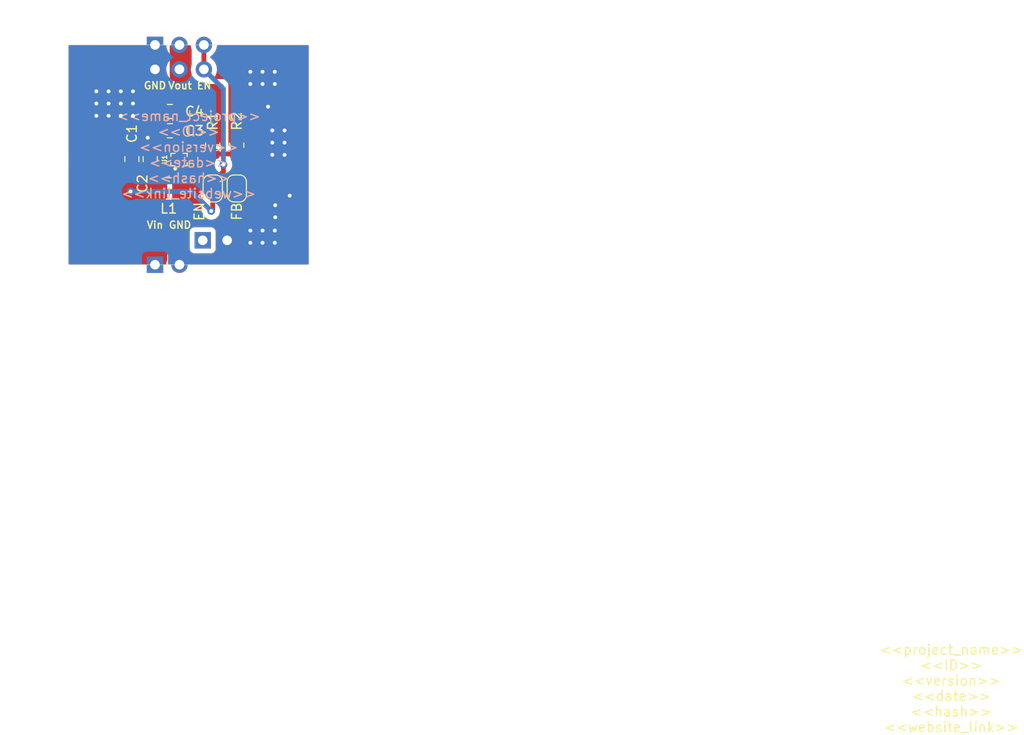
<source format=kicad_pcb>
(kicad_pcb (version 20240108) (generator "pcbnew") (generator_version "8.0")
  (title_block (title "<<ID>>_<<project_name>>") (date "<<date>>") (rev "<<version>>") (comment 4 "<<hash>>"))
  (layers (0 "F.Cu" signal) (31 "B.Cu" signal) (34 "B.Paste" user) (35 "F.Paste" user) (36 "B.SilkS" user "B.Silkscreen") (37 "F.SilkS" user "F.Silkscreen") (38 "B.Mask" user) (39 "F.Mask" user) (44 "Edge.Cuts" user))
  (net 0 "")
  (net 1 "Vin")
  (net 2 "GND")
  (net 3 "Vout")
  (net 4 "En")
  (net 5 "FB")
  (net 6 "SW")
  (footprint "Resistor_SMD:R_0805_2012Metric" (layer "F.Cu") (at 149 94.5 -90)
    (property "Reference" "R1" (at -2.5 0 90) (layer "F.SilkS"))
    (property "Value" "R_Small")
    (fp_line (start -0.227064 0.735) (end 0.227064 0.735) (stroke (width 0.12)) (layer "F.SilkS"))
    (fp_line (start -0.227064 -0.735) (end 0.227064 -0.735) (stroke (width 0.12)) (layer "F.SilkS"))
    (pad "1" smd roundrect (at -0.9125 0 270) (size 1.025 1.4) (layers "F.Cu" "F.Paste" "F.Mask") (roundrect_rratio 0.243902) (net 3 "Vout"))
    (pad "2" smd roundrect (at 0.9125 0 270) (size 1.025 1.4) (layers "F.Cu" "F.Paste" "F.Mask") (roundrect_rratio 0.243902) (net 5 "FB"))
  )
  (footprint "Capacitor_SMD:C_0805_2012Metric" (layer "F.Cu") (at 142.5 95.95 90)
    (property "Reference" "C2" (at -2.55 -0.8 90) (layer "F.SilkS"))
    (property "Value" "C_Small")
    (fp_line (start -0.261252 -0.735) (end 0.261252 -0.735) (stroke (width 0.12)) (layer "F.SilkS"))
    (fp_line (start -0.261252 0.735) (end 0.261252 0.735) (stroke (width 0.12)) (layer "F.SilkS"))
    (pad "1" smd roundrect (at -0.95 0 90) (size 1 1.45) (layers "F.Cu" "F.Paste" "F.Mask") (net 1 "Vin"))
    (pad "2" smd roundrect (at 0.95 0 90) (size 1 1.45) (layers "F.Cu" "F.Paste" "F.Mask") (net 2 "GND"))
  )
  (footprint "Capacitor_SMD:C_0805_2012Metric" (layer "F.Cu") (at 144.55 91 180)
    (property "Reference" "C4" (at -2.55 0 0) (layer "F.SilkS"))
    (property "Value" "C_Small")
    (fp_line (start -0.261252 0.735) (end 0.261252 0.735) (stroke (width 0.12)) (layer "F.SilkS"))
    (fp_line (start -0.261252 -0.735) (end 0.261252 -0.735) (stroke (width 0.12)) (layer "F.SilkS"))
    (pad "1" smd roundrect (at -0.95 0 180) (size 1 1.45) (layers "F.Cu" "F.Paste" "F.Mask") (net 3 "Vout"))
    (pad "2" smd roundrect (at 0.95 0 180) (size 1 1.45) (layers "F.Cu" "F.Paste" "F.Mask") (net 2 "GND"))
  )
  (footprint "Capacitor_SMD:C_0805_2012Metric" (layer "F.Cu") (at 144.55 93 180)
    (property "Reference" "C3" (at -2.55 0 0) (layer "F.SilkS"))
    (property "Value" "C_Small")
    (fp_line (start -0.261252 0.735) (end 0.261252 0.735) (stroke (width 0.12)) (layer "F.SilkS"))
    (fp_line (start -0.261252 -0.735) (end 0.261252 -0.735) (stroke (width 0.12)) (layer "F.SilkS"))
    (pad "1" smd roundrect (at -0.95 0 180) (size 1 1.45) (layers "F.Cu" "F.Paste" "F.Mask") (net 3 "Vout"))
    (pad "2" smd roundrect (at 0.95 0 180) (size 1 1.45) (layers "F.Cu" "F.Paste" "F.Mask") (net 2 "GND"))
  )
  (footprint "Converter_DCDC_custom:BGA6N40P3X2_122X88X62N" (layer "F.Cu") (at 145.5 96 90)
    (property "Reference" "U1" (at 0 -1.5 90) (layer "F.SilkS") (effects (font (size 0.48 0.48))))
    (property "Value" "TPS61099YFFT")
    (fp_line (start 0.645 -0.845) (end 0.3225 -0.845) (stroke (width 0.127)) (layer "F.SilkS"))
    (fp_line (start 0.645 -0.845) (end 0.645 -0.4225) (stroke (width 0.127)) (layer "F.SilkS"))
    (fp_line (start -0.645 -0.845) (end -0.3225 -0.845) (stroke (width 0.127)) (layer "F.SilkS"))
    (fp_line (start -0.645 -0.845) (end -0.645 -0.4225) (stroke (width 0.127)) (layer "F.SilkS"))
    (fp_line (start 0.645 0.845) (end 0.645 0.4225) (stroke (width 0.127)) (layer "F.SilkS"))
    (fp_line (start 0.645 0.845) (end 0.3225 0.845) (stroke (width 0.127)) (layer "F.SilkS"))
    (fp_line (start -0.645 0.845) (end -0.645 0.4225) (stroke (width 0.127)) (layer "F.SilkS"))
    (fp_line (start -0.645 0.845) (end -0.3225 0.845) (stroke (width 0.127)) (layer "F.SilkS"))
    (fp_circle (center -0.942 -0.4) (end -0.842 -0.4) (stroke (width 0.2)) (fill none) (layer "F.SilkS"))
    (pad "A1" smd circle (at -0.2 -0.4 90) (size 0.25 0.25) (layers "F.Cu" "F.Paste" "F.Mask") (net 1 "Vin"))
    (pad "A2" smd circle (at 0.2 -0.4 90) (size 0.25 0.25) (layers "F.Cu" "F.Paste" "F.Mask") (net 2 "GND"))
    (pad "B1" smd circle (at -0.2 0 90) (size 0.25 0.25) (layers "F.Cu" "F.Paste" "F.Mask") (net 6 "SW"))
    (pad "B2" smd circle (at 0.2 0 90) (size 0.25 0.25) (layers "F.Cu" "F.Paste" "F.Mask") (net 3 "Vout"))
    (pad "C1" smd circle (at -0.2 0.4 90) (size 0.25 0.25) (layers "F.Cu" "F.Paste" "F.Mask") (net 4 "En"))
    (pad "C2" smd circle (at 0.2 0.4 90) (size 0.25 0.25) (layers "F.Cu" "F.Paste" "F.Mask") (net 5 "FB"))
  )
  (footprint "Jumper:SolderJumper-2_P1.3mm_Open_RoundedPad1.0x1.5mm" (layer "F.Cu") (at 149 99 -90)
    (property "Reference" "JP1" (hide yes))
    (property "Value" "SolderJumper_2_Open")
    (fp_line (start 0.7 1) (end -0.7 1) (stroke (width 0.12)) (layer "F.SilkS"))
    (fp_line (start -1.4 0.3) (end -1.4 -0.3) (stroke (width 0.12)) (layer "F.SilkS"))
    (fp_line (start 1.4 -0.3) (end 1.4 0.3) (stroke (width 0.12)) (layer "F.SilkS"))
    (fp_line (start -0.7 -1) (end 0.7 -1) (stroke (width 0.12)) (layer "F.SilkS"))
    (fp_arc (start -0.7 1) (mid -1.194975 0.794975) (end -1.4 0.3) (stroke (width 0.12)) (layer "F.SilkS"))
    (fp_arc (start 1.4 0.3) (mid 1.194975 0.794975) (end 0.7 1) (stroke (width 0.12)) (layer "F.SilkS"))
    (fp_arc (start -1.4 -0.3) (mid -1.194975 -0.794975) (end -0.7 -1) (stroke (width 0.12)) (layer "F.SilkS"))
    (fp_arc (start 0.7 -1) (mid 1.194975 -0.794975) (end 1.4 -0.3) (stroke (width 0.12)) (layer "F.SilkS"))
    (fp_text user "EN" (at 2.4 1.4 90) (layer "F.SilkS"))
    (pad "1" smd custom (at -0.65 0 270) (size 1 0.5) (layers "F.Cu" "F.Mask") (net 4 "En") (options (clearance outline) (anchor rect)) (primitives (gr_circle (center 0 0.25) (end 0.5 0.25) (width 0) (fill yes)) (gr_circle (center 0 -0.25) (end 0.5 -0.25) (width 0) (fill yes)) (gr_poly (pts (xy 0.5 0.75) (xy 0 0.75) (xy 0 -0.75) (xy 0.5 -0.75)) (width 0) (fill yes))))
    (pad "2" smd custom (at 0.65 0 270) (size 1 0.5) (layers "F.Cu" "F.Mask") (net 1 "Vin") (options (clearance outline) (anchor rect)) (primitives (gr_circle (center 0 0.25) (end 0.5 0.25) (width 0) (fill yes)) (gr_circle (center 0 -0.25) (end 0.5 -0.25) (width 0) (fill yes)) (gr_poly (pts (xy 0 0.75) (xy -0.5 0.75) (xy -0.5 -0.75) (xy 0 -0.75)) (width 0) (fill yes))))
  )
  (footprint "Connector_PinHeader_2.54mm:PinHeader_1x02_P2.54mm_Vertical" (layer "F.Cu") (at 143.002 106.934 90)
    (property "Reference" "J2" (hide yes))
    (property "Value" "Conn_01x02")
    (pad "1" thru_hole rect (at 0 0 90) (size 1.7 1.7) (drill 1) (layers "*.Cu" "*.Mask") (net 1 "Vin"))
    (pad "2" thru_hole oval (at 0 2.54 90) (size 1.7 1.7) (drill 1) (layers "*.Cu" "*.Mask") (net 2 "GND"))
  )
  (footprint "Connector_PinHeader_2.54mm:PinHeader_1x03_P2.54mm_Vertical" (layer "F.Cu") (at 143.002 86.614 90)
    (property "Reference" "J3" (hide yes))
    (property "Value" "Conn_01x03")
    (pad "1" thru_hole rect (at 0 0 90) (size 1.7 1.7) (drill 1) (layers "*.Cu" "*.Mask") (net 2 "GND"))
    (pad "2" thru_hole oval (at 0 2.54 90) (size 1.7 1.7) (drill 1) (layers "*.Cu" "*.Mask") (net 3 "Vout"))
    (pad "3" thru_hole oval (at 0 5.08 90) (size 1.7 1.7) (drill 1) (layers "*.Cu" "*.Mask") (net 4 "En"))
  )
  (footprint "Resistor_SMD:R_0805_2012Metric" (layer "F.Cu") (at 151.5 94.5 90)
    (property "Reference" "R2" (at 2.5 0 90) (layer "F.SilkS"))
    (property "Value" "R_Small")
    (fp_line (start -0.227064 -0.735) (end 0.227064 -0.735) (stroke (width 0.12)) (layer "F.SilkS"))
    (fp_line (start -0.227064 0.735) (end 0.227064 0.735) (stroke (width 0.12)) (layer "F.SilkS"))
    (pad "1" smd roundrect (at -0.9125 0 90) (size 1.025 1.4) (layers "F.Cu" "F.Paste" "F.Mask") (roundrect_rratio 0.243902) (net 5 "FB"))
    (pad "2" smd roundrect (at 0.9125 0 90) (size 1.025 1.4) (layers "F.Cu" "F.Paste" "F.Mask") (roundrect_rratio 0.243902) (net 2 "GND"))
  )
  (footprint "Inductor_SMD:L_1008_2520Metric" (layer "F.Cu") (at 144.425 99)
    (property "Reference" "L1" (at 0 2.1 0) (layer "F.SilkS"))
    (property "Value" "L_Small")
    (fp_line (start -0.261252 -1.11) (end 0.261252 -1.11) (stroke (width 0.12)) (layer "F.SilkS"))
    (fp_line (start -0.261252 1.11) (end 0.261252 1.11) (stroke (width 0.12)) (layer "F.SilkS"))
    (pad "1" smd roundrect (at -1.075 0) (size 1.25 2.2) (layers "F.Cu" "F.Paste" "F.Mask") (roundrect_rratio 0.2) (net 1 "Vin"))
    (pad "2" smd roundrect (at 1.075 0) (size 1.25 2.2) (layers "F.Cu" "F.Paste" "F.Mask") (roundrect_rratio 0.2) (net 6 "SW"))
  )
  (footprint "Jumper:SolderJumper-2_P1.3mm_Open_RoundedPad1.0x1.5mm" (layer "F.Cu") (at 151.5 99 -90)
    (property "Reference" "JP2" (hide yes))
    (property "Value" "SolderJumper_2_Open")
    (fp_line (start 0.7 1) (end -0.7 1) (stroke (width 0.12)) (layer "F.SilkS"))
    (fp_line (start -1.4 0.3) (end -1.4 -0.3) (stroke (width 0.12)) (layer "F.SilkS"))
    (fp_line (start 1.4 -0.3) (end 1.4 0.3) (stroke (width 0.12)) (layer "F.SilkS"))
    (fp_line (start -0.7 -1) (end 0.7 -1) (stroke (width 0.12)) (layer "F.SilkS"))
    (fp_arc (start -0.7 1) (mid -1.194975 0.794975) (end -1.4 0.3) (stroke (width 0.12)) (layer "F.SilkS"))
    (fp_arc (start 1.4 0.3) (mid 1.194975 0.794975) (end 0.7 1) (stroke (width 0.12)) (layer "F.SilkS"))
    (fp_arc (start -1.4 -0.3) (mid -1.194975 -0.794975) (end -0.7 -1) (stroke (width 0.12)) (layer "F.SilkS"))
    (fp_arc (start 0.7 -1) (mid 1.194975 -0.794975) (end 1.4 -0.3) (stroke (width 0.12)) (layer "F.SilkS"))
    (fp_text user "FB" (at 2.4 0 90) (layer "F.SilkS"))
    (pad "1" smd custom (at -0.65 0 270) (size 1 0.5) (layers "F.Cu" "F.Mask") (net 5 "FB") (options (clearance outline) (anchor rect)) (primitives (gr_circle (center 0 0.25) (end 0.5 0.25) (width 0) (fill yes)) (gr_circle (center 0 -0.25) (end 0.5 -0.25) (width 0) (fill yes)) (gr_poly (pts (xy 0.5 0.75) (xy 0 0.75) (xy 0 -0.75) (xy 0.5 -0.75)) (width 0) (fill yes))))
    (pad "2" smd custom (at 0.65 0 270) (size 1 0.5) (layers "F.Cu" "F.Mask") (net 2 "GND") (options (clearance outline) (anchor rect)) (primitives (gr_circle (center 0 0.25) (end 0.5 0.25) (width 0) (fill yes)) (gr_circle (center 0 -0.25) (end 0.5 -0.25) (width 0) (fill yes)) (gr_poly (pts (xy 0 0.75) (xy -0.5 0.75) (xy -0.5 -0.75) (xy 0 -0.75)) (width 0) (fill yes))))
  )
  (footprint "Connector_PinHeader_2.54mm:PinHeader_1x03_P2.54mm_Vertical" (layer "F.Cu") (at 143.002 84.074 90)
    (property "Reference" "J4" (hide yes))
    (property "Value" "Conn_01x03")
    (pad "1" thru_hole rect (at 0 0 90) (size 1.7 1.7) (drill 1) (layers "*.Cu" "*.Mask") (net 2 "GND"))
    (pad "2" thru_hole oval (at 0 2.54 90) (size 1.7 1.7) (drill 1) (layers "*.Cu" "*.Mask") (net 3 "Vout"))
    (pad "3" thru_hole oval (at 0 5.08 90) (size 1.7 1.7) (drill 1) (layers "*.Cu" "*.Mask") (net 4 "En"))
  )
  (footprint "Capacitor_SMD:C_0805_2012Metric" (layer "F.Cu") (at 140.6 95.95 90)
    (property "Reference" "C1" (at 2.65 0 90) (layer "F.SilkS"))
    (property "Value" "C_Small")
    (fp_line (start -0.261252 -0.735) (end 0.261252 -0.735) (stroke (width 0.12)) (layer "F.SilkS"))
    (fp_line (start -0.261252 0.735) (end 0.261252 0.735) (stroke (width 0.12)) (layer "F.SilkS"))
    (pad "1" smd roundrect (at -0.95 0 90) (size 1 1.45) (layers "F.Cu" "F.Paste" "F.Mask") (net 1 "Vin"))
    (pad "2" smd roundrect (at 0.95 0 90) (size 1 1.45) (layers "F.Cu" "F.Paste" "F.Mask") (net 2 "GND"))
  )
  (footprint "Connector_PinHeader_2.54mm:PinHeader_1x02_P2.54mm_Vertical" (layer "F.Cu") (at 147.96 104.394 90)
    (property "Reference" "J1" (hide yes))
    (property "Value" "Conn_01x02")
    (pad "1" thru_hole rect (at 0 0 90) (size 1.7 1.7) (drill 1) (layers "*.Cu" "*.Mask") (net 1 "Vin"))
    (pad "2" thru_hole oval (at 0 2.54 90) (size 1.7 1.7) (drill 1) (layers "*.Cu" "*.Mask") (net 2 "GND"))
  )
  (gr_rect (start 134 84.074) (end 159 106.934) (stroke (width 0.05)) (fill none) (layer "Edge.Cuts"))
  (gr_text "<<project_name>>\n<<ID>>\n<<version>>\n<<date>>\n<<hash>>\n<<website_link>>" (at 146.5 95.504 0) (layer "B.SilkS") (effects (font (size 1 1)) (justify mirror)))
  (gr_text "GND" (at 143 88.3 0) (layer "F.SilkS") (effects (font (size 0.75 0.75))))
  (gr_text "Vout" (at 145.6 88.3 0) (layer "F.SilkS") (effects (font (size 0.75 0.75))))
  (gr_text "EN" (at 148.1 88.3 0) (layer "F.SilkS") (effects (font (size 0.75 0.75))))
  (gr_text "GND" (at 145.6 102.8 0) (layer "F.SilkS") (effects (font (size 0.75 0.75))))
  (gr_text "Vin" (at 143 102.8 0) (layer "F.SilkS") (effects (font (size 0.75 0.75))))
  (gr_text "<<project_name>>\n<<ID>>\n<<version>>\n<<date>>\n<<hash>>\n<<website_link>>" (at 225.75 151 0) (layer "F.SilkS") (effects (font (size 1 1))))
  (segment (start 149 99.65) (end 149 101.19) (width 0.5) (layer "F.Cu") (net 1))
  (segment (start 145.1 96.2) (end 143.35 97.95) (width 0.21) (layer "F.Cu") (net 1))
  (segment (start 143.35 97.95) (end 143.35 99) (width 0.21) (layer "F.Cu") (net 1))
  (segment (start 149 101.19) (end 148.844 101.346) (width 0.5) (layer "F.Cu") (net 1))
  (via (at 148.844 101.346) (size 0.8) (drill 0.4) (layers "F.Cu" "B.Cu") (net 1))
  (via (at 140.462 99.314) (size 0.8) (drill 0.4) (layers "F.Cu" "B.Cu") (net 1))
  (segment (start 146.812 99.314) (end 140.462 99.314) (width 0.5) (layer "B.Cu") (net 1))
  (segment (start 148.844 101.346) (end 146.812 99.314) (width 0.5) (layer "B.Cu") (net 1))
  (segment (start 145.1 95.6) (end 144.5 95) (width 0.21) (layer "F.Cu") (net 2))
  (segment (start 145.1 95.8) (end 145.1 95.6) (width 0.21) (layer "F.Cu") (net 2))
  (segment (start 144.5 95) (end 142.5 95) (width 0.21) (layer "F.Cu") (net 2))
  (via (at 156.464 94.234) (size 0.8) (drill 0.4) (layers "F.Cu" "B.Cu") (net 2))
  (via (at 155.5 102) (size 0.8) (drill 0.4) (layers "F.Cu" "B.Cu") (net 2))
  (via (at 155.448 88.138) (size 0.8) (drill 0.4) (layers "F.Cu" "B.Cu") (net 2))
  (via (at 136.906 90.17) (size 0.8) (drill 0.4) (layers "F.Cu" "B.Cu") (net 2))
  (via (at 139.446 91.44) (size 0.8) (drill 0.4) (layers "F.Cu" "B.Cu") (net 2))
  (via (at 140.716 90.17) (size 0.8) (drill 0.4) (layers "F.Cu" "B.Cu") (net 2))
  (via (at 152.908 104.648) (size 0.8) (drill 0.4) (layers "F.Cu" "B.Cu") (net 2))
  (via (at 157 99.75) (size 0.8) (drill 0.4) (layers "F.Cu" "B.Cu") (net 2))
  (via (at 152.908 88.138) (size 0.8) (drill 0.4) (layers "F.Cu" "B.Cu") (net 2))
  (via (at 154.178 103.378) (size 0.8) (drill 0.4) (layers "F.Cu" "B.Cu") (net 2))
  (via (at 139.446 90.17) (size 0.8) (drill 0.4) (layers "F.Cu" "B.Cu") (net 2))
  (via (at 155.194 95.504) (size 0.8) (drill 0.4) (layers "F.Cu" "B.Cu") (net 2))
  (via (at 138.176 88.9) (size 0.8) (drill 0.4) (layers "F.Cu" "B.Cu") (net 2))
  (via (at 154.75 90.5) (size 0.8) (drill 0.4) (layers "F.Cu" "B.Cu") (net 2))
  (via (at 155.448 104.648) (size 0.8) (drill 0.4) (layers "F.Cu" "B.Cu") (net 2))
  (via (at 138.176 91.44) (size 0.8) (drill 0.4) (layers "F.Cu" "B.Cu") (net 2))
  (via (at 139.446 88.9) (size 0.8) (drill 0.4) (layers "F.Cu" "B.Cu") (net 2))
  (via (at 155.194 92.964) (size 0.8) (drill 0.4) (layers "F.Cu" "B.Cu") (net 2))
  (via (at 154.178 86.868) (size 0.8) (drill 0.4) (layers "F.Cu" "B.Cu") (net 2))
  (via (at 138.176 90.17) (size 0.8) (drill 0.4) (layers "F.Cu" "B.Cu") (net 2))
  (via (at 152.908 103.378) (size 0.8) (drill 0.4) (layers "F.Cu" "B.Cu") (net 2))
  (via (at 155.448 103.378) (size 0.8) (drill 0.4) (layers "F.Cu" "B.Cu") (net 2))
  (via (at 156.464 92.964) (size 0.8) (drill 0.4) (layers "F.Cu" "B.Cu") (net 2))
  (via (at 154.178 88.138) (size 0.8) (drill 0.4) (layers "F.Cu" "B.Cu") (net 2))
  (via (at 152.908 86.868) (size 0.8) (drill 0.4) (layers "F.Cu" "B.Cu") (net 2))
  (via (at 155.448 86.868) (size 0.8) (drill 0.4) (layers "F.Cu" "B.Cu") (net 2))
  (via (at 155.194 94.234) (size 0.8) (drill 0.4) (layers "F.Cu" "B.Cu") (net 2))
  (via (at 140.716 88.9) (size 0.8) (drill 0.4) (layers "F.Cu" "B.Cu") (net 2))
  (via (at 154.178 104.648) (size 0.8) (drill 0.4) (layers "F.Cu" "B.Cu") (net 2))
  (via (at 136.906 91.44) (size 0.8) (drill 0.4) (layers "F.Cu" "B.Cu") (net 2))
  (via (at 155.5 100.75) (size 0.8) (drill 0.4) (layers "F.Cu" "B.Cu") (net 2))
  (via (at 156.464 95.504) (size 0.8) (drill 0.4) (layers "F.Cu" "B.Cu") (net 2))
  (via (at 140.716 91.44) (size 0.8) (drill 0.4) (layers "F.Cu" "B.Cu") (net 2))
  (via (at 136.906 88.9) (size 0.8) (drill 0.4) (layers "F.Cu" "B.Cu") (net 2))
  (via (at 142.24 93.726) (size 0.8) (drill 0.4) (layers "F.Cu" "B.Cu") (net 2))
  (segment (start 145.5 95.8) (end 145.5 93) (width 0.21) (layer "F.Cu") (net 3))
  (segment (start 145.9 96.2) (end 147.762 96.2) (width 0.21) (layer "F.Cu") (net 4))
  (segment (start 150.114 97.236) (end 149 98.35) (width 0.5) (layer "F.Cu") (net 4))
  (segment (start 149.046 98.35) (end 149 98.35) (width 0.5) (layer "F.Cu") (net 4))
  (segment (start 148.082 86.614) (end 148.082 84.34852) (width 0.5) (layer "F.Cu") (net 4))
  (segment (start 149 97.438) (end 149 98.35) (width 0.21) (layer "F.Cu") (net 4))
  (segment (start 150.114 96.52) (end 150.114 97.236) (width 0.5) (layer "F.Cu") (net 4))
  (segment (start 147.762 96.2) (end 149 97.438) (width 0.21) (layer "F.Cu") (net 4))
  (via (at 150.114 96.52) (size 0.8) (drill 0.4) (layers "F.Cu" "B.Cu") (net 4))
  (segment (start 150.114 96.52) (end 150.114 88.646) (width 0.5) (layer "B.Cu") (net 4))
  (segment (start 150.114 88.646) (end 148.082 86.614) (width 0.5) (layer "B.Cu") (net 4))
  (segment (start 149 95.4125) (end 151.5 95.4125) (width 0.5) (layer "F.Cu") (net 5))
  (segment (start 151.5 95.4125) (end 151.5 98.35) (width 0.5) (layer "F.Cu") (net 5))
  (segment (start 145.9 95.8) (end 145.9 95.6) (width 0.21) (layer "F.Cu") (net 5))
  (segment (start 146.0875 95.4125) (end 149 95.4125) (width 0.21) (layer "F.Cu") (net 5))
  (segment (start 145.9 95.6) (end 146.0875 95.4125) (width 0.21) (layer "F.Cu") (net 5))
  (segment (start 145.5 96.2) (end 145.5 99) (width 0.21) (layer "F.Cu") (net 6))
  (zone (net 6) (net_name "SW") (layer "F.Cu") (priority 1) (connect_pads (clearance 0.508)) (min_thickness 0.254) (fill yes (thermal_gap 0.508) (thermal_bridge_width 0.508))
    (polygon (pts (xy 147.828 101.6) (xy 144.526 101.6) (xy 144.526 97.028) (xy 147.828 97.028)))
  )
  (zone (net 2) (net_name "GND") (layer "F.Cu") (priority 1) (connect_pads (clearance 0.508)) (min_thickness 0.254) (fill yes (thermal_gap 0.508) (thermal_bridge_width 0.508))
    (polygon (pts (xy 144.272 94.742) (xy 145.034 94.742) (xy 145.034 95.758) (xy 133.604 95.758) (xy 133.604 84.074) (xy 144.272 84.074)))
  )
  (zone (net 2) (net_name "GND") (layer "F.Cu") (connect_pads (clearance 0.508)) (min_thickness 0.254) (fill yes (thermal_gap 0.508) (thermal_bridge_width 0.508))
    (polygon (pts (xy 162.306 108.204) (xy 132.588 108.204) (xy 132.588 80.772) (xy 162.306 80.772)))
  )
  (zone (net 1) (net_name "Vin") (layer "F.Cu") (priority 1) (connect_pads (clearance 0.508)) (min_thickness 0.254) (fill yes (thermal_gap 0.508) (thermal_bridge_width 0.508))
    (polygon (pts (xy 144.277 106.934) (xy 133.604 106.934) (xy 133.604 96.266) (xy 144.272 96.266)))
  )
  (zone (net 3) (net_name "Vout") (layer "F.Cu") (priority 1) (connect_pads (clearance 0.508)) (min_thickness 0.254) (fill yes (thermal_gap 0.508) (thermal_bridge_width 0.508))
    (polygon (pts (xy 146.812 88.138) (xy 150.114 88.138) (xy 150.114 94.5) (xy 144.55 94.488) (xy 144.526 84.074) (xy 146.812 84.074)))
  )
  (zone (net 2) (net_name "GND") (layer "B.Cu") (connect_pads (clearance 0.508)) (min_thickness 0.254) (fill yes (thermal_gap 0.508) (thermal_bridge_width 0.508))
    (polygon (pts (xy 132.588 108.204) (xy 162.306 108.204) (xy 162.306 80.772) (xy 132.588 80.772)))
  )
)
</source>
